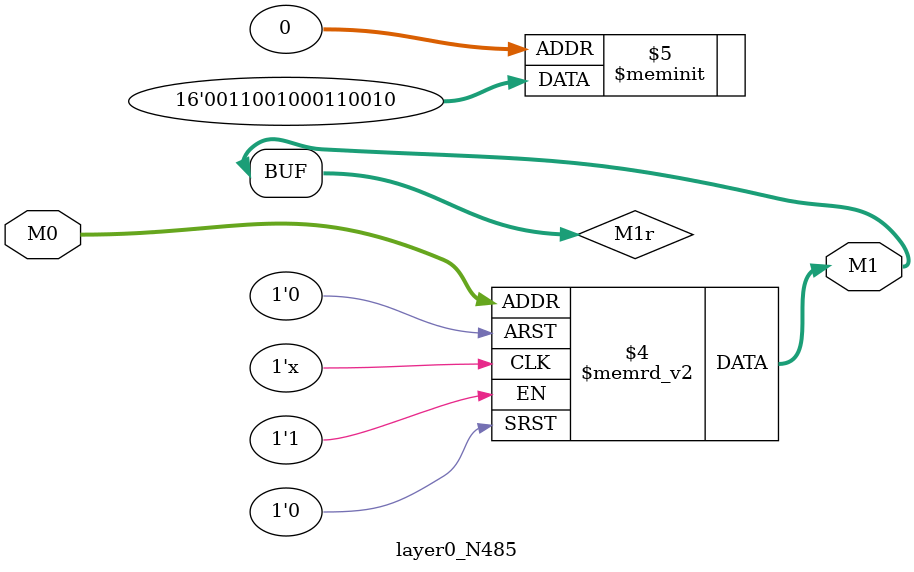
<source format=v>
module layer0_N485 ( input [2:0] M0, output [1:0] M1 );

	(*rom_style = "distributed" *) reg [1:0] M1r;
	assign M1 = M1r;
	always @ (M0) begin
		case (M0)
			3'b000: M1r = 2'b10;
			3'b100: M1r = 2'b10;
			3'b010: M1r = 2'b11;
			3'b110: M1r = 2'b11;
			3'b001: M1r = 2'b00;
			3'b101: M1r = 2'b00;
			3'b011: M1r = 2'b00;
			3'b111: M1r = 2'b00;

		endcase
	end
endmodule

</source>
